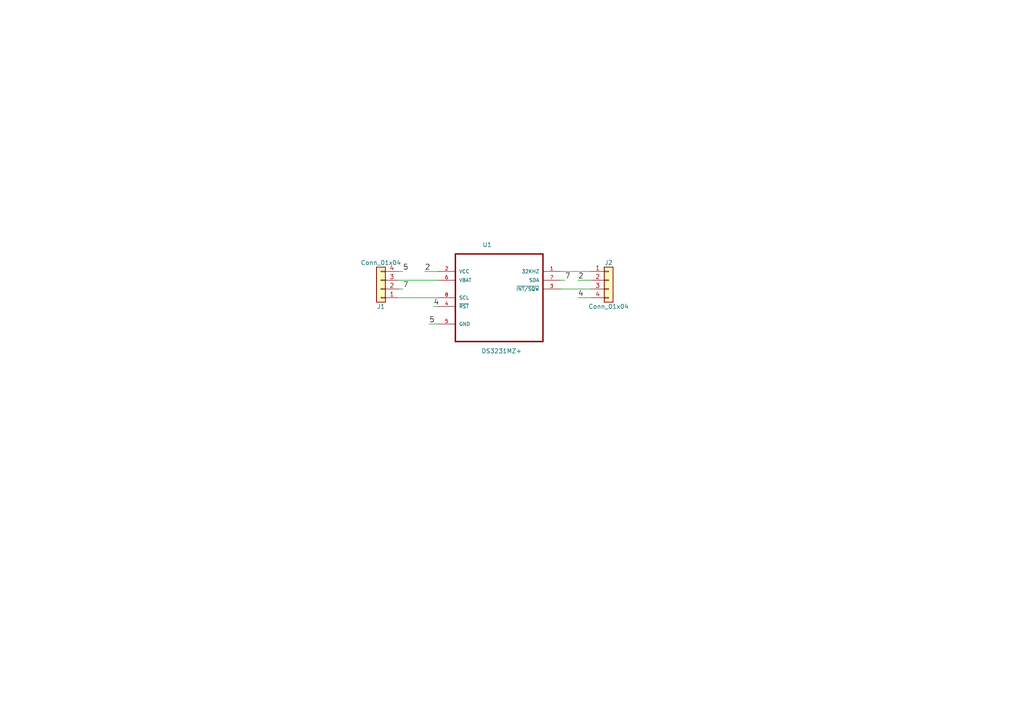
<source format=kicad_sch>
(kicad_sch (version 20230121) (generator eeschema)
  (paper "A4")
  (lib_symbols
    (symbol "DS3231MZ+_1" (pin_names (offset 1.016))
      (property "Reference" "U" (at -4.8768 22.2758 0))
      (property "Value" "DS3231MZ+" (at -5.1816 -8.5598 0))
      (symbol "DS3231MZ+_1_0_0"
        (polyline (pts (xy -12.7 -5.08) (xy 12.7 -5.08)) (stroke (width 0.4064)))
        (polyline (pts (xy -12.7 20.32) (xy -12.7 -5.08)) (stroke (width 0.4064)))
        (polyline (pts (xy 12.7 -5.08) (xy 12.7 20.32)) (stroke (width 0.4064)))
        (polyline (pts (xy 12.7 20.32) (xy -12.7 20.32)) (stroke (width 0.4064)))
        (pin output line (at 17.78 15.24 180) (length 5.08) (name "32KHZ") (number "1"))
        (pin input line (at -17.78 15.24 0) (length 5.08) (name "VCC") (number "2"))
        (pin output line (at 17.78 10.16 180) (length 5.08) (name "~{INT/SQW}") (number "3"))
        (pin bidirectional line (at -17.78 5.08 0) (length 5.08) (name "~{RST}") (number "4"))
        (pin passive line (at -17.78 0 0) (length 5.08) (name "GND") (number "5"))
        (pin input line (at -17.78 12.7 0) (length 5.08) (name "VBAT") (number "6"))
        (pin bidirectional line (at 17.78 12.7 180) (length 5.08) (name "SDA") (number "7"))
        (pin input line (at -17.78 7.62 0) (length 5.08) (name "SCL") (number "8"))
      )
    )
    (symbol "DS3231MZ+_2" (pin_names (offset 1.016))
      (property "Reference" "U" (at -4.8768 22.2758 0))
      (property "Value" "DS3231MZ+" (at -5.1816 -8.5598 0))
      (symbol "DS3231MZ+_2_0_0"
        (polyline (pts (xy -12.7 -5.08) (xy 12.7 -5.08)) (stroke (width 0.4064)))
        (polyline (pts (xy -12.7 20.32) (xy -12.7 -5.08)) (stroke (width 0.4064)))
        (polyline (pts (xy 12.7 -5.08) (xy 12.7 20.32)) (stroke (width 0.4064)))
        (polyline (pts (xy 12.7 20.32) (xy -12.7 20.32)) (stroke (width 0.4064)))
        (pin output line (at 17.78 15.24 180) (length 5.08) (name "32KHZ") (number "1"))
        (pin input line (at -17.78 15.24 0) (length 5.08) (name "VCC") (number "2"))
        (pin output line (at 17.78 10.16 180) (length 5.08) (name "~{INT/SQW}") (number "3"))
        (pin bidirectional line (at -17.78 5.08 0) (length 5.08) (name "~{RST}") (number "4"))
        (pin passive line (at -17.78 0 0) (length 5.08) (name "GND") (number "5"))
        (pin input line (at -17.78 12.7 0) (length 5.08) (name "VBAT") (number "6"))
        (pin bidirectional line (at 17.78 12.7 180) (length 5.08) (name "SDA") (number "7"))
        (pin input line (at -17.78 7.62 0) (length 5.08) (name "SCL") (number "8"))
      )
    )
    (symbol "RTC_ADAP-rescue:Conn_01x04" (pin_names (offset 1.016) hide)
      (property "Reference" "J" (at 0 5.08 0))
      (property "Value" "Conn_01x04" (at 0 -7.62 0))
      (symbol "Conn_01x04_1_1"
        (rectangle (start -1.27 -4.953) (end 0 -5.207) (stroke (width 0.1524)))
        (rectangle (start -1.27 -2.413) (end 0 -2.667) (stroke (width 0.1524)))
        (rectangle (start -1.27 0.127) (end 0 -0.127) (stroke (width 0.1524)))
        (rectangle (start -1.27 2.667) (end 0 2.413) (stroke (width 0.1524)))
        (rectangle (start -1.27 3.81) (end 1.27 -6.35) (stroke (width 0.254)) (fill (type background)))
        (pin passive line (at -5.08 2.54 0) (length 3.81) (name "Pin_1") (number "1"))
        (pin passive line (at -5.08 0 0) (length 3.81) (name "Pin_2") (number "2"))
        (pin passive line (at -5.08 -2.54 0) (length 3.81) (name "Pin_3") (number "3"))
        (pin passive line (at -5.08 -5.08 0) (length 3.81) (name "Pin_4") (number "4"))
      )
    )
  )
  (wire (pts (xy 116.84 83.82) (xy 115.57 83.82)))
  (wire (pts (xy 124.46 93.98) (xy 127 93.98)))
  (wire (pts (xy 115.57 78.74) (xy 116.84 78.74)))
  (wire (pts (xy 123.19 78.74) (xy 127 78.74)))
  (wire (pts (xy 162.56 81.28) (xy 163.83 81.28)))
  (wire (pts (xy 162.56 83.82) (xy 171.45 83.82)))
  (wire (pts (xy 115.57 86.36) (xy 127 86.36)))
  (wire (pts (xy 171.45 86.36) (xy 167.64 86.36)))
  (wire (pts (xy 125.73 88.9) (xy 127 88.9)))
  (wire (pts (xy 162.56 78.74) (xy 171.45 78.74)))
  (wire (pts (xy 171.45 81.28) (xy 167.64 81.28)))
  (wire (pts (xy 115.57 81.28) (xy 127 81.28)))
  (label "5" (at 124.46 93.98 0) (effects (font (size 1.524 1.524))))
  (label "2" (at 123.19 78.74 0) (effects (font (size 1.524 1.524))))
  (label "4" (at 125.73 88.9 0) (effects (font (size 1.524 1.524))))
  (label "2" (at 167.64 81.28 0) (effects (font (size 1.524 1.524))))
  (label "5" (at 116.84 78.74 0) (effects (font (size 1.524 1.524))))
  (label "7" (at 163.83 81.28 0) (effects (font (size 1.524 1.524))))
  (label "4" (at 167.64 86.36 0) (effects (font (size 1.524 1.524))))
  (label "7" (at 116.84 83.82 0) (effects (font (size 1.524 1.524))))
  (symbol (lib_name "DS3231MZ+_2") (lib_id "RTC_ADAP-rescue:DS3231MZ+") (at 144.78 93.98 0) (unit 1)
    (property "Reference" "U1" (at 139.9032 71.7042 0) (effects (justify left bottom)))
    (property "Value" "DS3231MZ+" (at 139.5984 102.5398 0) (effects (justify left bottom)))
    (property "Footprint" "DS3231MZ_:SOIC8_150MIL" (effects hide))
    (property "Datasheet" "Maxim Integrated" (effects hide))
    (property "Field4" "Real Time Clock Serial-I2C +/-5ppm SOIC8" (effects hide))
    (property "Field5" "SOIC-8 Maxim Integrated" (effects hide))
    (property "Field6" "DS3231MZ+" (effects hide))
    (property "Field7" "5.13 USD" (effects hide))
    (property "Field8" "Good" (effects hide))
  )
  (symbol (lib_id "RTC_ADAP-rescue:Conn_01x04") (at 176.53 81.28 0) (unit 1)
    (property "Reference" "J2" (at 176.53 76.2 0))
    (property "Value" "Conn_01x04" (at 176.53 88.9 0))
    (property "Footprint" "Connectors_Samtec:SL-104-X-XX_1x04" (effects hide))
  )
  (symbol (lib_id "RTC_ADAP-rescue:Conn_01x04") (at 110.49 83.82 180) (unit 1)
    (property "Reference" "J1" (at 110.49 88.9 0))
    (property "Value" "Conn_01x04" (at 110.49 76.2 0))
    (property "Footprint" "Connectors_Samtec:SL-104-X-XX_1x04" (effects hide))
  )
)
</source>
